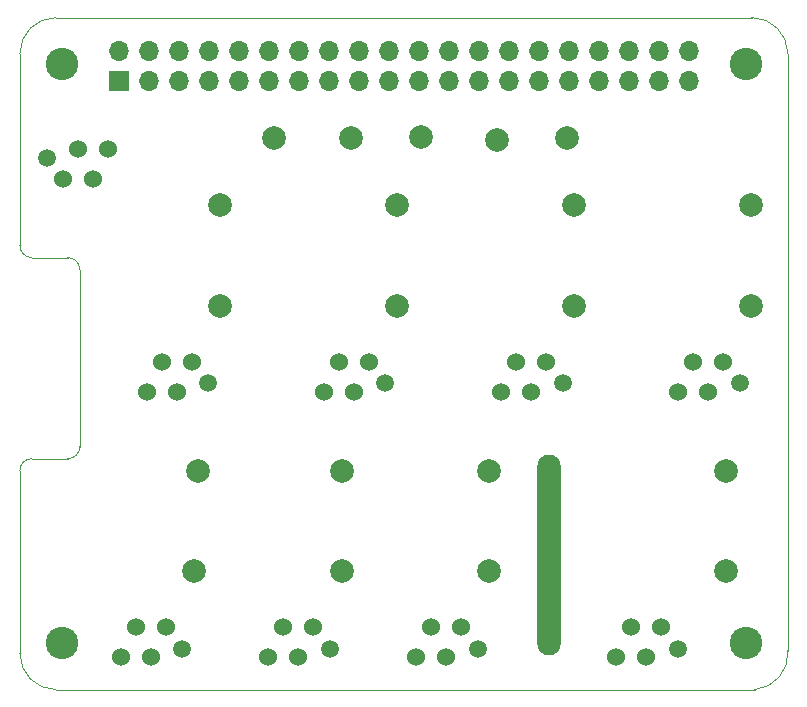
<source format=gbs>
%TF.GenerationSoftware,KiCad,Pcbnew,(5.1.10)-1*%
%TF.CreationDate,2021-10-18T20:40:58-05:00*%
%TF.ProjectId,Pt100Hat,50743130-3048-4617-942e-6b696361645f,1*%
%TF.SameCoordinates,Original*%
%TF.FileFunction,Soldermask,Bot*%
%TF.FilePolarity,Negative*%
%FSLAX46Y46*%
G04 Gerber Fmt 4.6, Leading zero omitted, Abs format (unit mm)*
G04 Created by KiCad (PCBNEW (5.1.10)-1) date 2021-10-18 20:40:58*
%MOMM*%
%LPD*%
G01*
G04 APERTURE LIST*
%TA.AperFunction,Profile*%
%ADD10C,0.100000*%
%TD*%
%ADD11C,1.524000*%
%ADD12C,1.500000*%
%ADD13O,2.000000X17.000000*%
%ADD14C,2.750000*%
%ADD15R,1.700000X1.700000*%
%ADD16O,1.700000X1.700000*%
%ADD17C,2.000000*%
G04 APERTURE END LIST*
D10*
X104800400Y-129997200D02*
X163982400Y-129997200D01*
X163728400Y-73101200D02*
X104800400Y-73101200D01*
X166776400Y-76149200D02*
G75*
G03*
X163728400Y-73101200I-3048000J0D01*
G01*
X101752400Y-111455200D02*
X101752400Y-126949200D01*
X102768400Y-110439200D02*
X105816400Y-110439200D01*
X106832400Y-94437200D02*
X106832400Y-109423200D01*
X102768400Y-93421200D02*
X105816400Y-93421200D01*
X101752400Y-76149200D02*
X101752400Y-92405200D01*
X104800400Y-73101200D02*
G75*
G03*
X101752400Y-76149200I0J-3048000D01*
G01*
X166776400Y-126695200D02*
X166776400Y-76149200D01*
X106832400Y-94437200D02*
G75*
G03*
X105816400Y-93421200I-1016000J0D01*
G01*
X105816400Y-110439200D02*
G75*
G03*
X106832400Y-109423200I0J1016000D01*
G01*
X102768400Y-110439200D02*
G75*
G03*
X101752400Y-111455200I0J-1016000D01*
G01*
X101752400Y-92405200D02*
G75*
G03*
X102768400Y-93421200I1016000J0D01*
G01*
X101752400Y-126949200D02*
G75*
G03*
X104800400Y-129997200I3048000J0D01*
G01*
X163982400Y-129997200D02*
G75*
G03*
X166776400Y-126695200I-254000J3048000D01*
G01*
D11*
%TO.C,J4*%
X112495000Y-104770000D03*
X113765000Y-102230000D03*
X115035000Y-104770000D03*
X116305000Y-102230000D03*
D12*
X117705000Y-104030000D03*
%TD*%
D13*
%TO.C,RPiCameraFlexSlot*%
X146583000Y-118567000D03*
%TD*%
D14*
%TO.C,RPiHATMountHole3*%
X105308000Y-126060000D03*
%TD*%
%TO.C,RPiHATMountHole4*%
X163220000Y-126060000D03*
%TD*%
%TO.C,RPiHATMountHole2*%
X163220000Y-77038200D03*
%TD*%
%TO.C,RPiHATMountHole1*%
X105308000Y-77038200D03*
%TD*%
D15*
%TO.C,J1*%
X110134000Y-78435200D03*
D16*
X110134000Y-75895200D03*
X112674000Y-78435200D03*
X112674000Y-75895200D03*
X115214000Y-78435200D03*
X115214000Y-75895200D03*
X117754000Y-78435200D03*
X117754000Y-75895200D03*
X120294000Y-78435200D03*
X120294000Y-75895200D03*
X122834000Y-78435200D03*
X122834000Y-75895200D03*
X125374000Y-78435200D03*
X125374000Y-75895200D03*
X127914000Y-78435200D03*
X127914000Y-75895200D03*
X130454000Y-78435200D03*
X130454000Y-75895200D03*
X132994000Y-78435200D03*
X132994000Y-75895200D03*
X135534000Y-78435200D03*
X135534000Y-75895200D03*
X138074000Y-78435200D03*
X138074000Y-75895200D03*
X140614000Y-78435200D03*
X140614000Y-75895200D03*
X143154000Y-78435200D03*
X143154000Y-75895200D03*
X145694000Y-78435200D03*
X145694000Y-75895200D03*
X148234000Y-78435200D03*
X148234000Y-75895200D03*
X150774000Y-78435200D03*
X150774000Y-75895200D03*
X153314000Y-78435200D03*
X153314000Y-75895200D03*
X155854000Y-78435200D03*
X155854000Y-75895200D03*
X158394000Y-78435200D03*
X158394000Y-75895200D03*
%TD*%
D11*
%TO.C,J2*%
X109245000Y-84251800D03*
X107975000Y-86791800D03*
X106705000Y-84251800D03*
X105435000Y-86791800D03*
D12*
X104035000Y-84991800D03*
%TD*%
D11*
%TO.C,J3*%
X110295000Y-127270000D03*
X111565000Y-124730000D03*
X112835000Y-127270000D03*
X114105000Y-124730000D03*
D12*
X115505000Y-126530000D03*
%TD*%
%TO.C,J5*%
X132705000Y-104030000D03*
D11*
X131305000Y-102230000D03*
X130035000Y-104770000D03*
X128765000Y-102230000D03*
X127495000Y-104770000D03*
%TD*%
D12*
%TO.C,J6*%
X128005000Y-126530000D03*
D11*
X126605000Y-124730000D03*
X125335000Y-127270000D03*
X124065000Y-124730000D03*
X122795000Y-127270000D03*
%TD*%
D12*
%TO.C,J7*%
X147705000Y-104030000D03*
D11*
X146305000Y-102230000D03*
X145035000Y-104770000D03*
X143765000Y-102230000D03*
X142495000Y-104770000D03*
%TD*%
%TO.C,J8*%
X157495000Y-104770000D03*
X158765000Y-102230000D03*
X160035000Y-104770000D03*
X161305000Y-102230000D03*
D12*
X162705000Y-104030000D03*
%TD*%
D11*
%TO.C,J9*%
X135295000Y-127270000D03*
X136565000Y-124730000D03*
X137835000Y-127270000D03*
X139105000Y-124730000D03*
D12*
X140505000Y-126530000D03*
%TD*%
%TO.C,J10*%
X157458000Y-126530000D03*
D11*
X156058000Y-124730000D03*
X154788000Y-127270000D03*
X153518000Y-124730000D03*
X152248000Y-127270000D03*
%TD*%
D17*
%TO.C,TP1*%
X123266000Y-83337400D03*
%TD*%
%TO.C,TP2*%
X148107000Y-83337400D03*
%TD*%
%TO.C,TP3*%
X129769000Y-83261200D03*
%TD*%
%TO.C,TP4*%
X142113000Y-83489800D03*
%TD*%
%TO.C,TP5*%
X135738000Y-83235800D03*
%TD*%
%TO.C,TP6*%
X118700000Y-97500000D03*
%TD*%
%TO.C,TP7*%
X118700000Y-89000000D03*
%TD*%
%TO.C,TP8*%
X148700000Y-97500000D03*
%TD*%
%TO.C,TP9*%
X148700000Y-89000000D03*
%TD*%
%TO.C,TP10*%
X141500000Y-120000000D03*
%TD*%
%TO.C,TP11*%
X141500000Y-111500000D03*
%TD*%
%TO.C,TP12*%
X133700000Y-97500000D03*
%TD*%
%TO.C,TP13*%
X133700000Y-89000000D03*
%TD*%
%TO.C,TP14*%
X163700000Y-97500000D03*
%TD*%
%TO.C,TP15*%
X163700000Y-89000000D03*
%TD*%
%TO.C,TP16*%
X161500000Y-120000000D03*
%TD*%
%TO.C,TP17*%
X161500000Y-111500000D03*
%TD*%
%TO.C,TP18*%
X116500000Y-120000000D03*
%TD*%
%TO.C,TP19*%
X116814600Y-111506000D03*
%TD*%
%TO.C,TP20*%
X129000000Y-120000000D03*
%TD*%
%TO.C,TP21*%
X129000000Y-111500000D03*
%TD*%
M02*

</source>
